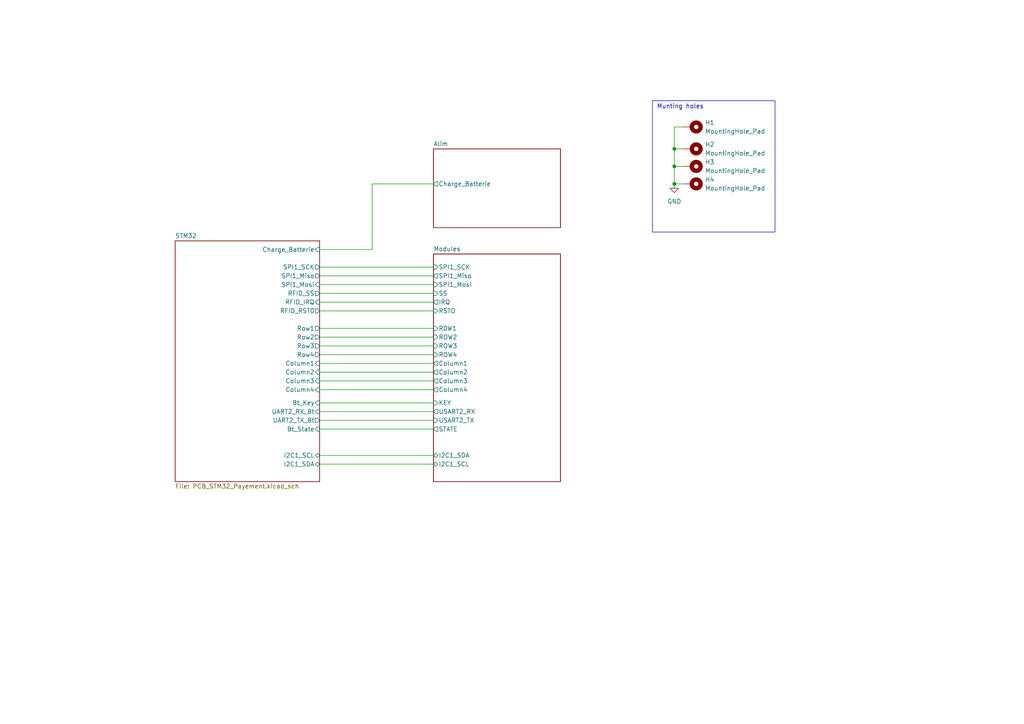
<source format=kicad_sch>
(kicad_sch (version 20250114) (generator "eeschema") (generator_version "9.0")
  (paper "A4")
  (lib_symbols
    (symbol "Mechanical:MountingHole_Pad" (pin_numbers (hide yes)) (pin_names (offset 1.016) (hide yes))
      (property "Reference" "H" (at 0 6.35 0))
      (property "Value" "MountingHole_Pad" (at 0 4.445 0))
      (symbol "MountingHole_Pad_0_1"
        (circle (center 0 1.27) (radius 1.27) (stroke (width 1.27)))
      )
      (symbol "MountingHole_Pad_1_1"
        (pin input line (at 0 -2.54 90) (length 2.54) (name "1") (number "1"))
      )
    )
    (symbol "power:GND" (power) (pin_numbers (hide yes)) (pin_names (offset 0) (hide yes))
      (property "Value" "GND" (at 0 -3.81 0))
      (symbol "GND_0_1"
        (polyline (pts (xy 0 0) (xy 0 -1.27) (xy 1.27 -1.27) (xy 0 -2.54) (xy -1.27 -1.27) (xy 0 -1.27)))
      )
      (symbol "GND_1_1"
        (pin power_in line (at 0 0 270) (length 0) (name "~") (number "1"))
      )
    )
  )
  (rectangle (start 189.23 29.21) (end 224.79 67.31))
  (text "Munting holes\n" (at 190.5 31.75 0) (effects (font (size 1.27 1.27)) (justify left bottom)))
  (junction (at 195.58 53.34))
  (junction (at 195.58 43.18))
  (junction (at 195.58 48.26))
  (wire (pts (xy 198.12 36.83) (xy 195.58 36.83)))
  (wire (pts (xy 92.71 124.46) (xy 125.73 124.46)))
  (wire (pts (xy 198.12 48.26) (xy 195.58 48.26)))
  (wire (pts (xy 92.71 85.09) (xy 125.73 85.09)))
  (wire (pts (xy 92.71 113.03) (xy 125.73 113.03)))
  (wire (pts (xy 92.71 121.92) (xy 125.73 121.92)))
  (wire (pts (xy 195.58 43.18) (xy 198.12 43.18)))
  (wire (pts (xy 92.71 90.17) (xy 125.73 90.17)))
  (wire (pts (xy 92.71 119.38) (xy 125.73 119.38)))
  (wire (pts (xy 92.71 132.08) (xy 125.73 132.08)))
  (wire (pts (xy 195.58 48.26) (xy 195.58 43.18)))
  (wire (pts (xy 92.71 100.33) (xy 125.73 100.33)))
  (wire (pts (xy 107.95 53.34) (xy 125.73 53.34)))
  (wire (pts (xy 92.71 134.62) (xy 125.73 134.62)))
  (wire (pts (xy 92.71 107.95) (xy 125.73 107.95)))
  (wire (pts (xy 92.71 105.41) (xy 125.73 105.41)))
  (wire (pts (xy 195.58 36.83) (xy 195.58 43.18)))
  (wire (pts (xy 107.95 72.39) (xy 107.95 53.34)))
  (wire (pts (xy 92.71 77.47) (xy 125.73 77.47)))
  (wire (pts (xy 92.71 97.79) (xy 125.73 97.79)))
  (wire (pts (xy 92.71 87.63) (xy 125.73 87.63)))
  (wire (pts (xy 198.12 53.34) (xy 195.58 53.34)))
  (wire (pts (xy 92.71 72.39) (xy 107.95 72.39)))
  (wire (pts (xy 92.71 95.25) (xy 125.73 95.25)))
  (wire (pts (xy 92.71 82.55) (xy 125.73 82.55)))
  (wire (pts (xy 92.71 110.49) (xy 125.73 110.49)))
  (wire (pts (xy 92.71 102.87) (xy 125.73 102.87)))
  (wire (pts (xy 195.58 53.34) (xy 195.58 48.26)))
  (wire (pts (xy 92.71 80.01) (xy 125.73 80.01)))
  (wire (pts (xy 92.71 116.84) (xy 125.73 116.84)))
  (symbol (lib_id "Mechanical:MountingHole_Pad") (at 200.66 53.34 270) (unit 1)
    (property "Reference" "H4" (at 204.47 52.07 90) (effects (justify left)))
    (property "Value" "MountingHole_Pad" (at 204.47 54.61 90) (effects (justify left)))
    (property "Footprint" "MountingHole:MountingHole_2.7mm_M2.5_Pad" (effects (hide yes)))
  )
  (symbol (lib_id "Mechanical:MountingHole_Pad") (at 200.66 43.18 270) (unit 1)
    (property "Reference" "H2" (at 204.47 41.91 90) (effects (justify left)))
    (property "Value" "MountingHole_Pad" (at 204.47 44.45 90) (effects (justify left)))
    (property "Footprint" "MountingHole:MountingHole_2.7mm_M2.5_Pad" (effects (hide yes)))
  )
  (symbol (lib_id "power:GND") (at 195.58 53.34 0) (unit 1)
    (property "Reference" "#PWR021" (effects (hide yes)))
    (property "Value" "GND" (at 195.58 58.42 0))
    (property "Description" "Power symbol creates a global label with name \"GND\" , ground" (effects (hide yes)))
  )
  (symbol (lib_id "Mechanical:MountingHole_Pad") (at 200.66 36.83 270) (unit 1)
    (property "Reference" "H1" (at 204.47 35.56 90) (effects (justify left)))
    (property "Value" "MountingHole_Pad" (at 204.47 38.1 90) (effects (justify left)))
    (property "Footprint" "MountingHole:MountingHole_2.7mm_M2.5_Pad" (effects (hide yes)))
  )
  (symbol (lib_id "Mechanical:MountingHole_Pad") (at 200.66 48.26 270) (unit 1)
    (property "Reference" "H3" (at 204.47 46.99 90) (effects (justify left)))
    (property "Value" "MountingHole_Pad" (at 204.47 49.53 90) (effects (justify left)))
    (property "Footprint" "MountingHole:MountingHole_2.7mm_M2.5_Pad" (effects (hide yes)))
  )
  (sheet (at 50.8 69.85) (size 41.91 69.85) (stroke (width 0.1524))
    (property "Sheetname" "STM32" (at 50.8 69.1384 0) (effects (justify left bottom)))
    (property "Sheetfile" "PCB_STM32_Payement.kicad_sch" (at 50.8 140.2846 0) (effects (justify left top)))
    (pin "SPI1_Miso" output (at 92.71 80.01 0))
    (pin "SPI1_SCK" output (at 92.71 77.47 0))
    (pin "Column2" input (at 92.71 107.95 0))
    (pin "Column3" input (at 92.71 110.49 0))
    (pin "Column4" input (at 92.71 113.03 0))
    (pin "Column1" input (at 92.71 105.41 0))
    (pin "Bt_State" input (at 92.71 124.46 0))
    (pin "Bt_Key" input (at 92.71 116.84 0))
    (pin "UART2_RX_Bt" input (at 92.71 119.38 0))
    (pin "UART2_TX_Bt" output (at 92.71 121.92 0))
    (pin "RFID_RST0" output (at 92.71 90.17 0))
    (pin "RFID_SS" output (at 92.71 85.09 0))
    (pin "RFID_IRQ" input (at 92.71 87.63 0))
    (pin "Row1" output (at 92.71 95.25 0))
    (pin "Row2" output (at 92.71 97.79 0))
    (pin "I2C1_SDA" bidirectional (at 92.71 134.62 0))
    (pin "Row4" output (at 92.71 102.87 0))
    (pin "I2C1_SCL" bidirectional (at 92.71 132.08 0))
    (pin "Row3" output (at 92.71 100.33 0))
    (pin "SPI1_Mosi" input (at 92.71 82.55 0))
    (pin "Charge_Batterie" input (at 92.71 72.39 0))
  )
  (sheet (at 125.73 73.66) (size 36.83 66.04) (stroke (width 0.1524))
    (property "Sheetname" "Modules" (at 125.73 72.9484 0) (effects (justify left bottom)))
    (property "Sheetfile" "Modules_pcb_caisse.kicad_sch" (effects (hide yes)))
    (pin "SPI1_Mosi" input (at 125.73 82.55 180))
    (pin "SPI1_SCK" input (at 125.73 77.47 180))
    (pin "USART2_TX" input (at 125.73 121.92 180))
    (pin "USART2_RX" output (at 125.73 119.38 180))
    (pin "SS" input (at 125.73 85.09 180))
    (pin "RSTO" input (at 125.73 90.17 180))
    (pin "STATE" output (at 125.73 124.46 180))
    (pin "KEY" input (at 125.73 116.84 180))
    (pin "Column2" output (at 125.73 107.95 180))
    (pin "Column1" output (at 125.73 105.41 180))
    (pin "Column3" output (at 125.73 110.49 180))
    (pin "Column4" output (at 125.73 113.03 180))
    (pin "ROW4" input (at 125.73 102.87 180))
    (pin "R0W1" input (at 125.73 95.25 180))
    (pin "ROW2" input (at 125.73 97.79 180))
    (pin "ROW3" input (at 125.73 100.33 180))
    (pin "SPI1_Miso" output (at 125.73 80.01 180))
    (pin "IRQ" output (at 125.73 87.63 180))
    (pin "I2C1_SDA" bidirectional (at 125.73 132.08 180))
    (pin "I2C1_SCL" bidirectional (at 125.73 134.62 180))
  )
  (sheet (at 125.73 43.18) (size 36.83 22.86) (stroke (width 0.1524))
    (property "Sheetname" "Alim" (at 125.73 42.4684 0) (effects (justify left bottom)))
    (property "Sheetfile" "untitled.kicad_sch" (effects (hide yes)))
    (pin "Charge_Batterie" output (at 125.73 53.34 180))
  )
)
</source>
